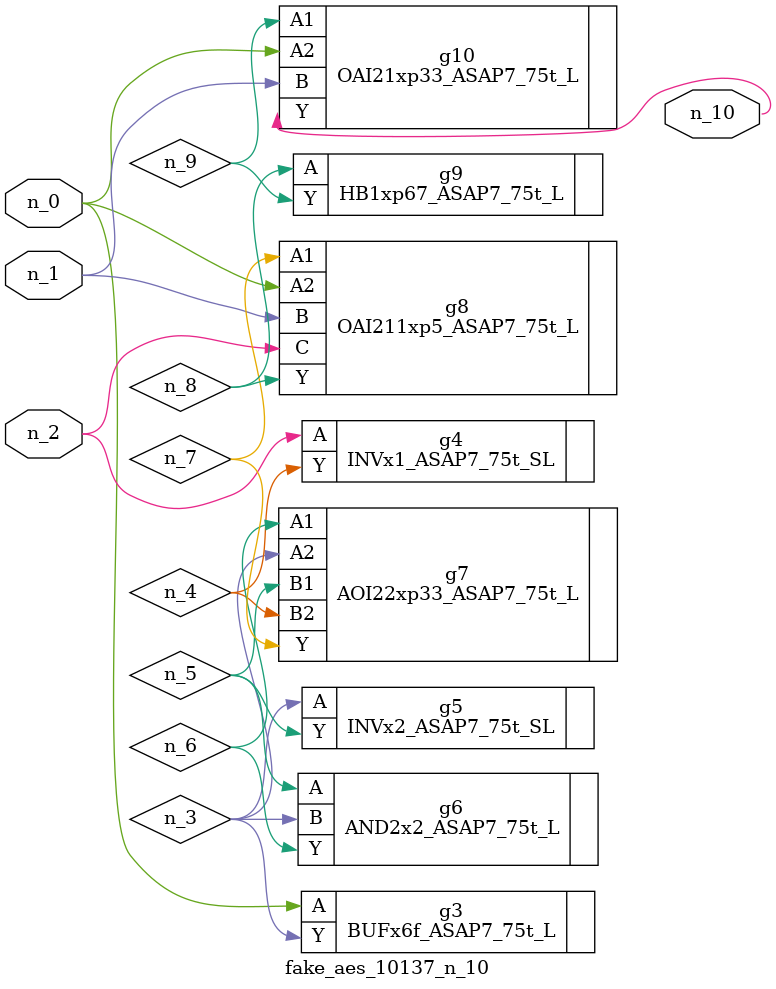
<source format=v>
module fake_aes_10137_n_10 (n_1, n_2, n_0, n_10);
input n_1;
input n_2;
input n_0;
output n_10;
wire n_6;
wire n_4;
wire n_3;
wire n_9;
wire n_5;
wire n_7;
wire n_8;
BUFx6f_ASAP7_75t_L g3 ( .A(n_0), .Y(n_3) );
INVx1_ASAP7_75t_SL g4 ( .A(n_2), .Y(n_4) );
INVx2_ASAP7_75t_SL g5 ( .A(n_3), .Y(n_5) );
AND2x2_ASAP7_75t_L g6 ( .A(n_5), .B(n_3), .Y(n_6) );
AOI22xp33_ASAP7_75t_L g7 ( .A1(n_6), .A2(n_3), .B1(n_5), .B2(n_4), .Y(n_7) );
OAI211xp5_ASAP7_75t_L g8 ( .A1(n_7), .A2(n_0), .B(n_1), .C(n_2), .Y(n_8) );
HB1xp67_ASAP7_75t_L g9 ( .A(n_8), .Y(n_9) );
OAI21xp33_ASAP7_75t_L g10 ( .A1(n_9), .A2(n_0), .B(n_1), .Y(n_10) );
endmodule
</source>
